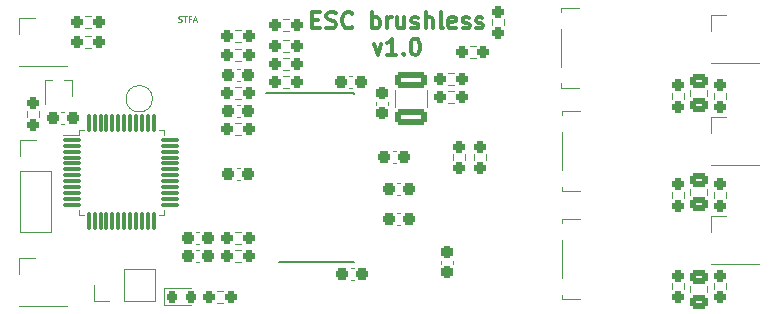
<source format=gto>
G04 #@! TF.GenerationSoftware,KiCad,Pcbnew,6.0.6-1.fc36*
G04 #@! TF.CreationDate,2022-08-14T11:42:17+02:00*
G04 #@! TF.ProjectId,esc_brushless,6573635f-6272-4757-9368-6c6573732e6b,1.1.0*
G04 #@! TF.SameCoordinates,Original*
G04 #@! TF.FileFunction,Legend,Top*
G04 #@! TF.FilePolarity,Positive*
%FSLAX46Y46*%
G04 Gerber Fmt 4.6, Leading zero omitted, Abs format (unit mm)*
G04 Created by KiCad (PCBNEW 6.0.6-1.fc36) date 2022-08-14 11:42:17*
%MOMM*%
%LPD*%
G01*
G04 APERTURE LIST*
G04 Aperture macros list*
%AMRoundRect*
0 Rectangle with rounded corners*
0 $1 Rounding radius*
0 $2 $3 $4 $5 $6 $7 $8 $9 X,Y pos of 4 corners*
0 Add a 4 corners polygon primitive as box body*
4,1,4,$2,$3,$4,$5,$6,$7,$8,$9,$2,$3,0*
0 Add four circle primitives for the rounded corners*
1,1,$1+$1,$2,$3*
1,1,$1+$1,$4,$5*
1,1,$1+$1,$6,$7*
1,1,$1+$1,$8,$9*
0 Add four rect primitives between the rounded corners*
20,1,$1+$1,$2,$3,$4,$5,0*
20,1,$1+$1,$4,$5,$6,$7,0*
20,1,$1+$1,$6,$7,$8,$9,0*
20,1,$1+$1,$8,$9,$2,$3,0*%
G04 Aperture macros list end*
%ADD10C,0.300000*%
%ADD11C,0.125000*%
%ADD12C,0.120000*%
%ADD13C,0.150000*%
%ADD14RoundRect,0.250000X0.475000X-0.337500X0.475000X0.337500X-0.475000X0.337500X-0.475000X-0.337500X0*%
%ADD15RoundRect,0.249998X1.100002X-0.412502X1.100002X0.412502X-1.100002X0.412502X-1.100002X-0.412502X0*%
%ADD16RoundRect,0.237500X0.300000X0.237500X-0.300000X0.237500X-0.300000X-0.237500X0.300000X-0.237500X0*%
%ADD17RoundRect,0.237500X0.237500X-0.300000X0.237500X0.300000X-0.237500X0.300000X-0.237500X-0.300000X0*%
%ADD18RoundRect,0.237500X-0.300000X-0.237500X0.300000X-0.237500X0.300000X0.237500X-0.300000X0.237500X0*%
%ADD19RoundRect,0.218750X-0.218750X-0.256250X0.218750X-0.256250X0.218750X0.256250X-0.218750X0.256250X0*%
%ADD20R,0.450000X0.700000*%
%ADD21R,3.400000X3.400000*%
%ADD22O,1.700000X1.700000*%
%ADD23R,1.700000X1.700000*%
%ADD24R,3.500000X2.000000*%
%ADD25R,7.000000X7.000000*%
%ADD26RoundRect,0.237500X-0.237500X0.250000X-0.237500X-0.250000X0.237500X-0.250000X0.237500X0.250000X0*%
%ADD27RoundRect,0.237500X-0.250000X-0.237500X0.250000X-0.237500X0.250000X0.237500X-0.250000X0.237500X0*%
%ADD28RoundRect,0.237500X0.250000X0.237500X-0.250000X0.237500X-0.250000X-0.237500X0.250000X-0.237500X0*%
%ADD29RoundRect,0.237500X0.237500X-0.250000X0.237500X0.250000X-0.237500X0.250000X-0.237500X-0.250000X0*%
%ADD30O,1.250000X1.250000*%
%ADD31R,3.610000X6.350000*%
%ADD32R,1.550000X0.300000*%
%ADD33RoundRect,0.075000X-0.075000X-0.662500X0.075000X-0.662500X0.075000X0.662500X-0.075000X0.662500X0*%
%ADD34RoundRect,0.075000X-0.662500X-0.075000X0.662500X-0.075000X0.662500X0.075000X-0.662500X0.075000X0*%
%ADD35RoundRect,0.237500X-0.237500X0.300000X-0.237500X-0.300000X0.237500X-0.300000X0.237500X0.300000X0*%
G04 APERTURE END LIST*
D10*
X102655000Y-53764000D02*
X103121666Y-53764000D01*
X103321666Y-54497333D02*
X102655000Y-54497333D01*
X102655000Y-53097333D01*
X103321666Y-53097333D01*
X103855000Y-54430666D02*
X104055000Y-54497333D01*
X104388333Y-54497333D01*
X104521666Y-54430666D01*
X104588333Y-54364000D01*
X104655000Y-54230666D01*
X104655000Y-54097333D01*
X104588333Y-53964000D01*
X104521666Y-53897333D01*
X104388333Y-53830666D01*
X104121666Y-53764000D01*
X103988333Y-53697333D01*
X103921666Y-53630666D01*
X103855000Y-53497333D01*
X103855000Y-53364000D01*
X103921666Y-53230666D01*
X103988333Y-53164000D01*
X104121666Y-53097333D01*
X104455000Y-53097333D01*
X104655000Y-53164000D01*
X106055000Y-54364000D02*
X105988333Y-54430666D01*
X105788333Y-54497333D01*
X105655000Y-54497333D01*
X105455000Y-54430666D01*
X105321666Y-54297333D01*
X105255000Y-54164000D01*
X105188333Y-53897333D01*
X105188333Y-53697333D01*
X105255000Y-53430666D01*
X105321666Y-53297333D01*
X105455000Y-53164000D01*
X105655000Y-53097333D01*
X105788333Y-53097333D01*
X105988333Y-53164000D01*
X106055000Y-53230666D01*
X107721666Y-54497333D02*
X107721666Y-53097333D01*
X107721666Y-53630666D02*
X107855000Y-53564000D01*
X108121666Y-53564000D01*
X108255000Y-53630666D01*
X108321666Y-53697333D01*
X108388333Y-53830666D01*
X108388333Y-54230666D01*
X108321666Y-54364000D01*
X108255000Y-54430666D01*
X108121666Y-54497333D01*
X107855000Y-54497333D01*
X107721666Y-54430666D01*
X108988333Y-54497333D02*
X108988333Y-53564000D01*
X108988333Y-53830666D02*
X109055000Y-53697333D01*
X109121666Y-53630666D01*
X109255000Y-53564000D01*
X109388333Y-53564000D01*
X110455000Y-53564000D02*
X110455000Y-54497333D01*
X109855000Y-53564000D02*
X109855000Y-54297333D01*
X109921666Y-54430666D01*
X110055000Y-54497333D01*
X110255000Y-54497333D01*
X110388333Y-54430666D01*
X110455000Y-54364000D01*
X111055000Y-54430666D02*
X111188333Y-54497333D01*
X111455000Y-54497333D01*
X111588333Y-54430666D01*
X111655000Y-54297333D01*
X111655000Y-54230666D01*
X111588333Y-54097333D01*
X111455000Y-54030666D01*
X111255000Y-54030666D01*
X111121666Y-53964000D01*
X111055000Y-53830666D01*
X111055000Y-53764000D01*
X111121666Y-53630666D01*
X111255000Y-53564000D01*
X111455000Y-53564000D01*
X111588333Y-53630666D01*
X112255000Y-54497333D02*
X112255000Y-53097333D01*
X112855000Y-54497333D02*
X112855000Y-53764000D01*
X112788333Y-53630666D01*
X112655000Y-53564000D01*
X112455000Y-53564000D01*
X112321666Y-53630666D01*
X112255000Y-53697333D01*
X113721666Y-54497333D02*
X113588333Y-54430666D01*
X113521666Y-54297333D01*
X113521666Y-53097333D01*
X114788333Y-54430666D02*
X114655000Y-54497333D01*
X114388333Y-54497333D01*
X114255000Y-54430666D01*
X114188333Y-54297333D01*
X114188333Y-53764000D01*
X114255000Y-53630666D01*
X114388333Y-53564000D01*
X114655000Y-53564000D01*
X114788333Y-53630666D01*
X114855000Y-53764000D01*
X114855000Y-53897333D01*
X114188333Y-54030666D01*
X115388333Y-54430666D02*
X115521666Y-54497333D01*
X115788333Y-54497333D01*
X115921666Y-54430666D01*
X115988333Y-54297333D01*
X115988333Y-54230666D01*
X115921666Y-54097333D01*
X115788333Y-54030666D01*
X115588333Y-54030666D01*
X115455000Y-53964000D01*
X115388333Y-53830666D01*
X115388333Y-53764000D01*
X115455000Y-53630666D01*
X115588333Y-53564000D01*
X115788333Y-53564000D01*
X115921666Y-53630666D01*
X116521666Y-54430666D02*
X116655000Y-54497333D01*
X116921666Y-54497333D01*
X117055000Y-54430666D01*
X117121666Y-54297333D01*
X117121666Y-54230666D01*
X117055000Y-54097333D01*
X116921666Y-54030666D01*
X116721666Y-54030666D01*
X116588333Y-53964000D01*
X116521666Y-53830666D01*
X116521666Y-53764000D01*
X116588333Y-53630666D01*
X116721666Y-53564000D01*
X116921666Y-53564000D01*
X117055000Y-53630666D01*
X107855000Y-55818000D02*
X108188333Y-56751333D01*
X108521666Y-55818000D01*
X109788333Y-56751333D02*
X108988333Y-56751333D01*
X109388333Y-56751333D02*
X109388333Y-55351333D01*
X109255000Y-55551333D01*
X109121666Y-55684666D01*
X108988333Y-55751333D01*
X110388333Y-56618000D02*
X110455000Y-56684666D01*
X110388333Y-56751333D01*
X110321666Y-56684666D01*
X110388333Y-56618000D01*
X110388333Y-56751333D01*
X111321666Y-55351333D02*
X111455000Y-55351333D01*
X111588333Y-55418000D01*
X111655000Y-55484666D01*
X111721666Y-55618000D01*
X111788333Y-55884666D01*
X111788333Y-56218000D01*
X111721666Y-56484666D01*
X111655000Y-56618000D01*
X111588333Y-56684666D01*
X111455000Y-56751333D01*
X111321666Y-56751333D01*
X111188333Y-56684666D01*
X111121666Y-56618000D01*
X111055000Y-56484666D01*
X110988333Y-56218000D01*
X110988333Y-55884666D01*
X111055000Y-55618000D01*
X111121666Y-55484666D01*
X111188333Y-55418000D01*
X111321666Y-55351333D01*
D11*
X91313095Y-53923380D02*
X91384523Y-53947190D01*
X91503571Y-53947190D01*
X91551190Y-53923380D01*
X91575000Y-53899571D01*
X91598809Y-53851952D01*
X91598809Y-53804333D01*
X91575000Y-53756714D01*
X91551190Y-53732904D01*
X91503571Y-53709095D01*
X91408333Y-53685285D01*
X91360714Y-53661476D01*
X91336904Y-53637666D01*
X91313095Y-53590047D01*
X91313095Y-53542428D01*
X91336904Y-53494809D01*
X91360714Y-53471000D01*
X91408333Y-53447190D01*
X91527380Y-53447190D01*
X91598809Y-53471000D01*
X91741666Y-53447190D02*
X92027380Y-53447190D01*
X91884523Y-53947190D02*
X91884523Y-53447190D01*
X92360714Y-53685285D02*
X92194047Y-53685285D01*
X92194047Y-53947190D02*
X92194047Y-53447190D01*
X92432142Y-53447190D01*
X92598809Y-53804333D02*
X92836904Y-53804333D01*
X92551190Y-53947190D02*
X92717857Y-53447190D01*
X92884523Y-53947190D01*
D12*
X136117000Y-76842252D02*
X136117000Y-76319748D01*
X134647000Y-76842252D02*
X134647000Y-76319748D01*
X134647000Y-68587252D02*
X134647000Y-68064748D01*
X136117000Y-68587252D02*
X136117000Y-68064748D01*
X136117000Y-60205252D02*
X136117000Y-59682748D01*
X134647000Y-60205252D02*
X134647000Y-59682748D01*
X109638000Y-61163252D02*
X109638000Y-59740748D01*
X112358000Y-61163252D02*
X112358000Y-59740748D01*
X106191267Y-74801000D02*
X105898733Y-74801000D01*
X106191267Y-75821000D02*
X105898733Y-75821000D01*
X109095000Y-60979267D02*
X109095000Y-60686733D01*
X108075000Y-60979267D02*
X108075000Y-60686733D01*
X93110267Y-72773000D02*
X92817733Y-72773000D01*
X93110267Y-71753000D02*
X92817733Y-71753000D01*
X93110267Y-73277000D02*
X92817733Y-73277000D01*
X93110267Y-74297000D02*
X92817733Y-74297000D01*
X106064267Y-58545000D02*
X105771733Y-58545000D01*
X106064267Y-59565000D02*
X105771733Y-59565000D01*
X109454733Y-64895000D02*
X109747267Y-64895000D01*
X109454733Y-65915000D02*
X109747267Y-65915000D01*
X109835733Y-68582000D02*
X110128267Y-68582000D01*
X109835733Y-67562000D02*
X110128267Y-67562000D01*
X109835733Y-71122000D02*
X110128267Y-71122000D01*
X109835733Y-70102000D02*
X110128267Y-70102000D01*
X96539267Y-67312000D02*
X96246733Y-67312000D01*
X96539267Y-66292000D02*
X96246733Y-66292000D01*
X96246733Y-58930000D02*
X96539267Y-58930000D01*
X96246733Y-57910000D02*
X96539267Y-57910000D01*
X96539267Y-60958000D02*
X96246733Y-60958000D01*
X96539267Y-61978000D02*
X96246733Y-61978000D01*
X81680267Y-61593000D02*
X81387733Y-61593000D01*
X81680267Y-62613000D02*
X81387733Y-62613000D01*
X92367000Y-76481000D02*
X90082000Y-76481000D01*
X90082000Y-76481000D02*
X90082000Y-77951000D01*
X90082000Y-77951000D02*
X92367000Y-77951000D01*
X82313000Y-60243000D02*
X82313000Y-58833000D01*
X79993000Y-58833000D02*
X80653000Y-58833000D01*
X81653000Y-58833000D02*
X82313000Y-58833000D01*
X79993000Y-58833000D02*
X79993000Y-60863000D01*
X81915000Y-57658000D02*
X77851000Y-57658000D01*
X77851000Y-54924000D02*
X77851000Y-53594000D01*
X77851000Y-53594000D02*
X79181000Y-53594000D01*
X81915000Y-77978000D02*
X77851000Y-77978000D01*
X77851000Y-73914000D02*
X79181000Y-73914000D01*
X77851000Y-75244000D02*
X77851000Y-73914000D01*
X77918000Y-66548000D02*
X80578000Y-66548000D01*
X77918000Y-71688000D02*
X80578000Y-71688000D01*
X77918000Y-63948000D02*
X79248000Y-63948000D01*
X77918000Y-66548000D02*
X77918000Y-71688000D01*
X80578000Y-66548000D02*
X80578000Y-71688000D01*
X77918000Y-65278000D02*
X77918000Y-63948000D01*
X85471000Y-77530000D02*
X84141000Y-77530000D01*
X86741000Y-77530000D02*
X89341000Y-77530000D01*
X86741000Y-77530000D02*
X86741000Y-74870000D01*
X89341000Y-77530000D02*
X89341000Y-74870000D01*
X84141000Y-77530000D02*
X84141000Y-76200000D01*
X86741000Y-74870000D02*
X89341000Y-74870000D01*
X136398000Y-61976000D02*
X137728000Y-61976000D01*
X140462000Y-66040000D02*
X136398000Y-66040000D01*
X136398000Y-63306000D02*
X136398000Y-61976000D01*
X136398000Y-53340000D02*
X137728000Y-53340000D01*
X140462000Y-57404000D02*
X136398000Y-57404000D01*
X136398000Y-54670000D02*
X136398000Y-53340000D01*
X123836000Y-66497000D02*
X123836000Y-63297000D01*
X123836000Y-61497000D02*
X125336000Y-61497000D01*
X125336000Y-68297000D02*
X123836000Y-68297000D01*
X123836000Y-61847000D02*
X123836000Y-61497000D01*
X123836000Y-68297000D02*
X123836000Y-67897000D01*
X123709000Y-52734000D02*
X125209000Y-52734000D01*
X123709000Y-59534000D02*
X123709000Y-59134000D01*
X123709000Y-53084000D02*
X123709000Y-52734000D01*
X125209000Y-59534000D02*
X123709000Y-59534000D01*
X123709000Y-57734000D02*
X123709000Y-54534000D01*
X79516500Y-61467276D02*
X79516500Y-61976724D01*
X78471500Y-61467276D02*
X78471500Y-61976724D01*
X94614276Y-76693500D02*
X95123724Y-76693500D01*
X94614276Y-77738500D02*
X95123724Y-77738500D01*
X114681724Y-60847500D02*
X114172276Y-60847500D01*
X114681724Y-59802500D02*
X114172276Y-59802500D01*
X117841500Y-54229724D02*
X117841500Y-53720276D01*
X118886500Y-54229724D02*
X118886500Y-53720276D01*
X117362500Y-65659724D02*
X117362500Y-65150276D01*
X116317500Y-65659724D02*
X116317500Y-65150276D01*
X114681724Y-59323500D02*
X114172276Y-59323500D01*
X114681724Y-58278500D02*
X114172276Y-58278500D01*
X116499724Y-57037500D02*
X115990276Y-57037500D01*
X116499724Y-55992500D02*
X115990276Y-55992500D01*
X137682500Y-76072276D02*
X137682500Y-76581724D01*
X136637500Y-76072276D02*
X136637500Y-76581724D01*
X133081500Y-68834724D02*
X133081500Y-68325276D01*
X134126500Y-68834724D02*
X134126500Y-68325276D01*
X136637500Y-68325276D02*
X136637500Y-68834724D01*
X137682500Y-68325276D02*
X137682500Y-68834724D01*
X134126500Y-60452724D02*
X134126500Y-59943276D01*
X133081500Y-60452724D02*
X133081500Y-59943276D01*
X136637500Y-59943276D02*
X136637500Y-60452724D01*
X137682500Y-59943276D02*
X137682500Y-60452724D01*
X100202276Y-54751500D02*
X100711724Y-54751500D01*
X100202276Y-53706500D02*
X100711724Y-53706500D01*
X96647724Y-63514500D02*
X96138276Y-63514500D01*
X96647724Y-62469500D02*
X96138276Y-62469500D01*
X96138276Y-55640500D02*
X96647724Y-55640500D01*
X96138276Y-54595500D02*
X96647724Y-54595500D01*
X96647724Y-71740500D02*
X96138276Y-71740500D01*
X96647724Y-72785500D02*
X96138276Y-72785500D01*
X96647724Y-74309500D02*
X96138276Y-74309500D01*
X96647724Y-73264500D02*
X96138276Y-73264500D01*
X96647724Y-56246500D02*
X96138276Y-56246500D01*
X96647724Y-57291500D02*
X96138276Y-57291500D01*
X100178776Y-59577500D02*
X100688224Y-59577500D01*
X100178776Y-58532500D02*
X100688224Y-58532500D01*
X100202276Y-55484500D02*
X100711724Y-55484500D01*
X100202276Y-56529500D02*
X100711724Y-56529500D01*
X100711724Y-57008500D02*
X100202276Y-57008500D01*
X100711724Y-58053500D02*
X100202276Y-58053500D01*
X96647724Y-59421500D02*
X96138276Y-59421500D01*
X96647724Y-60466500D02*
X96138276Y-60466500D01*
X83947724Y-53452500D02*
X83438276Y-53452500D01*
X83947724Y-54497500D02*
X83438276Y-54497500D01*
X83438276Y-56148500D02*
X83947724Y-56148500D01*
X83438276Y-55103500D02*
X83947724Y-55103500D01*
X89131000Y-60452000D02*
G75*
G03*
X89131000Y-60452000I-1120000J0D01*
G01*
D13*
X99822000Y-74308000D02*
X106172000Y-74308000D01*
X99822000Y-74308000D02*
X99822000Y-74300500D01*
X106172000Y-74308000D02*
X106172000Y-74300500D01*
X98747000Y-59983000D02*
X106172000Y-59983000D01*
X106172000Y-60058000D02*
X106172000Y-60065500D01*
D12*
X82877000Y-63065000D02*
X82877000Y-63515000D01*
X89647000Y-70285000D02*
X90097000Y-70285000D01*
X82877000Y-63515000D02*
X81587000Y-63515000D01*
X82877000Y-70285000D02*
X82877000Y-69835000D01*
X83327000Y-70285000D02*
X82877000Y-70285000D01*
X89647000Y-63065000D02*
X90097000Y-63065000D01*
X83327000Y-63065000D02*
X82877000Y-63065000D01*
X90097000Y-70285000D02*
X90097000Y-69835000D01*
X90097000Y-63065000D02*
X90097000Y-63515000D01*
X133081500Y-76581724D02*
X133081500Y-76072276D01*
X134126500Y-76581724D02*
X134126500Y-76072276D01*
X125336000Y-77441000D02*
X123836000Y-77441000D01*
X123836000Y-77441000D02*
X123836000Y-77041000D01*
X123836000Y-70641000D02*
X125336000Y-70641000D01*
X123836000Y-75641000D02*
X123836000Y-72441000D01*
X123836000Y-70991000D02*
X123836000Y-70641000D01*
X136398000Y-70358000D02*
X137728000Y-70358000D01*
X136398000Y-71688000D02*
X136398000Y-70358000D01*
X140462000Y-74422000D02*
X136398000Y-74422000D01*
X115584500Y-65659724D02*
X115584500Y-65150276D01*
X114539500Y-65659724D02*
X114539500Y-65150276D01*
X113536000Y-74148733D02*
X113536000Y-74441267D01*
X114556000Y-74148733D02*
X114556000Y-74441267D01*
%LPC*%
D14*
X135382000Y-75543500D03*
X135382000Y-77618500D03*
X135382000Y-67288500D03*
X135382000Y-69363500D03*
X135382000Y-58906500D03*
X135382000Y-60981500D03*
D15*
X110998000Y-58889500D03*
X110998000Y-62014500D03*
D16*
X105182500Y-75311000D03*
X106907500Y-75311000D03*
D17*
X108585000Y-59970500D03*
X108585000Y-61695500D03*
D16*
X92101500Y-72263000D03*
X93826500Y-72263000D03*
X92101500Y-73787000D03*
X93826500Y-73787000D03*
X105055500Y-59055000D03*
X106780500Y-59055000D03*
D18*
X110463500Y-65405000D03*
X108738500Y-65405000D03*
X110844500Y-68072000D03*
X109119500Y-68072000D03*
X110844500Y-70612000D03*
X109119500Y-70612000D03*
D16*
X95530500Y-66802000D03*
X97255500Y-66802000D03*
D18*
X97255500Y-58420000D03*
X95530500Y-58420000D03*
D16*
X95530500Y-61468000D03*
X97255500Y-61468000D03*
X80671500Y-62103000D03*
X82396500Y-62103000D03*
D19*
X92354500Y-77216000D03*
X90779500Y-77216000D03*
D20*
X81153000Y-58563000D03*
X81803000Y-60563000D03*
X80503000Y-60563000D03*
D21*
X79883000Y-55626000D03*
X79883000Y-75946000D03*
D22*
X79248000Y-70358000D03*
X79248000Y-67818000D03*
D23*
X79248000Y-65278000D03*
D22*
X88011000Y-76200000D03*
D23*
X85471000Y-76200000D03*
D21*
X138430000Y-64008000D03*
X138430000Y-55372000D03*
D24*
X121536000Y-67177000D03*
D25*
X128936000Y-64897000D03*
D24*
X121536000Y-62597000D03*
X121409000Y-58414000D03*
D25*
X128809000Y-56134000D03*
D24*
X121409000Y-53834000D03*
D26*
X78994000Y-62634500D03*
X78994000Y-60809500D03*
D27*
X95781500Y-77216000D03*
X93956500Y-77216000D03*
D28*
X113514500Y-60325000D03*
X115339500Y-60325000D03*
D29*
X118364000Y-53062500D03*
X118364000Y-54887500D03*
X116840000Y-64492500D03*
X116840000Y-66317500D03*
D28*
X113514500Y-58801000D03*
X115339500Y-58801000D03*
X115332500Y-56515000D03*
X117157500Y-56515000D03*
D26*
X137160000Y-77239500D03*
X137160000Y-75414500D03*
D29*
X133604000Y-67667500D03*
X133604000Y-69492500D03*
D26*
X137160000Y-69492500D03*
X137160000Y-67667500D03*
D29*
X133604000Y-59285500D03*
X133604000Y-61110500D03*
D26*
X137160000Y-61110500D03*
X137160000Y-59285500D03*
D27*
X101369500Y-54229000D03*
X99544500Y-54229000D03*
D28*
X95480500Y-62992000D03*
X97305500Y-62992000D03*
D27*
X97305500Y-55118000D03*
X95480500Y-55118000D03*
D28*
X95480500Y-72263000D03*
X97305500Y-72263000D03*
X95480500Y-73787000D03*
X97305500Y-73787000D03*
X95480500Y-56769000D03*
X97305500Y-56769000D03*
D27*
X101346000Y-59055000D03*
X99521000Y-59055000D03*
X101369500Y-56007000D03*
X99544500Y-56007000D03*
D28*
X99544500Y-57531000D03*
X101369500Y-57531000D03*
X95480500Y-59944000D03*
X97305500Y-59944000D03*
X82780500Y-53975000D03*
X84605500Y-53975000D03*
D27*
X84605500Y-55626000D03*
X82780500Y-55626000D03*
D30*
X88011000Y-60452000D03*
D31*
X102997000Y-67183000D03*
D32*
X106747000Y-60433000D03*
X106747000Y-60933000D03*
X106747000Y-61433000D03*
X106747000Y-61933000D03*
X106747000Y-62433000D03*
X106747000Y-62933000D03*
X106747000Y-63433000D03*
X106747000Y-63933000D03*
X106747000Y-64433000D03*
X106747000Y-64933000D03*
X106747000Y-65433000D03*
X106747000Y-65933000D03*
X106747000Y-66433000D03*
X106747000Y-66933000D03*
X106747000Y-67433000D03*
X106747000Y-67933000D03*
X106747000Y-68433000D03*
X106747000Y-68933000D03*
X106747000Y-69433000D03*
X106747000Y-69933000D03*
X106747000Y-70433000D03*
X106747000Y-70933000D03*
X106747000Y-71433000D03*
X106747000Y-71933000D03*
X106747000Y-72433000D03*
X106747000Y-72933000D03*
X106747000Y-73433000D03*
X106747000Y-73933000D03*
X99247000Y-73933000D03*
X99247000Y-73433000D03*
X99247000Y-72933000D03*
X99247000Y-72433000D03*
X99247000Y-71933000D03*
X99247000Y-71433000D03*
X99247000Y-70933000D03*
X99247000Y-70433000D03*
X99247000Y-69933000D03*
X99247000Y-69433000D03*
X99247000Y-68933000D03*
X99247000Y-68433000D03*
X99247000Y-67933000D03*
X99247000Y-67433000D03*
X99247000Y-66933000D03*
X99247000Y-66433000D03*
X99247000Y-65933000D03*
X99247000Y-65433000D03*
X99247000Y-64933000D03*
X99247000Y-64433000D03*
X99247000Y-63933000D03*
X99247000Y-63433000D03*
X99247000Y-62933000D03*
X99247000Y-62433000D03*
X99247000Y-61933000D03*
X99247000Y-61433000D03*
X99247000Y-60933000D03*
X99247000Y-60433000D03*
D33*
X83737000Y-62512500D03*
X84237000Y-62512500D03*
X84737000Y-62512500D03*
X85237000Y-62512500D03*
X85737000Y-62512500D03*
X86237000Y-62512500D03*
X86737000Y-62512500D03*
X87237000Y-62512500D03*
X87737000Y-62512500D03*
X88237000Y-62512500D03*
X88737000Y-62512500D03*
X89237000Y-62512500D03*
D34*
X90649500Y-63925000D03*
X90649500Y-64425000D03*
X90649500Y-64925000D03*
X90649500Y-65425000D03*
X90649500Y-65925000D03*
X90649500Y-66425000D03*
X90649500Y-66925000D03*
X90649500Y-67425000D03*
X90649500Y-67925000D03*
X90649500Y-68425000D03*
X90649500Y-68925000D03*
X90649500Y-69425000D03*
D33*
X89237000Y-70837500D03*
X88737000Y-70837500D03*
X88237000Y-70837500D03*
X87737000Y-70837500D03*
X87237000Y-70837500D03*
X86737000Y-70837500D03*
X86237000Y-70837500D03*
X85737000Y-70837500D03*
X85237000Y-70837500D03*
X84737000Y-70837500D03*
X84237000Y-70837500D03*
X83737000Y-70837500D03*
D34*
X82324500Y-69425000D03*
X82324500Y-68925000D03*
X82324500Y-68425000D03*
X82324500Y-67925000D03*
X82324500Y-67425000D03*
X82324500Y-66925000D03*
X82324500Y-66425000D03*
X82324500Y-65925000D03*
X82324500Y-65425000D03*
X82324500Y-64925000D03*
X82324500Y-64425000D03*
X82324500Y-63925000D03*
D29*
X133604000Y-75414500D03*
X133604000Y-77239500D03*
D24*
X121536000Y-76321000D03*
D25*
X128936000Y-74041000D03*
D24*
X121536000Y-71741000D03*
D21*
X138430000Y-72390000D03*
D29*
X115062000Y-64492500D03*
X115062000Y-66317500D03*
D35*
X114046000Y-75157500D03*
X114046000Y-73432500D03*
M02*

</source>
